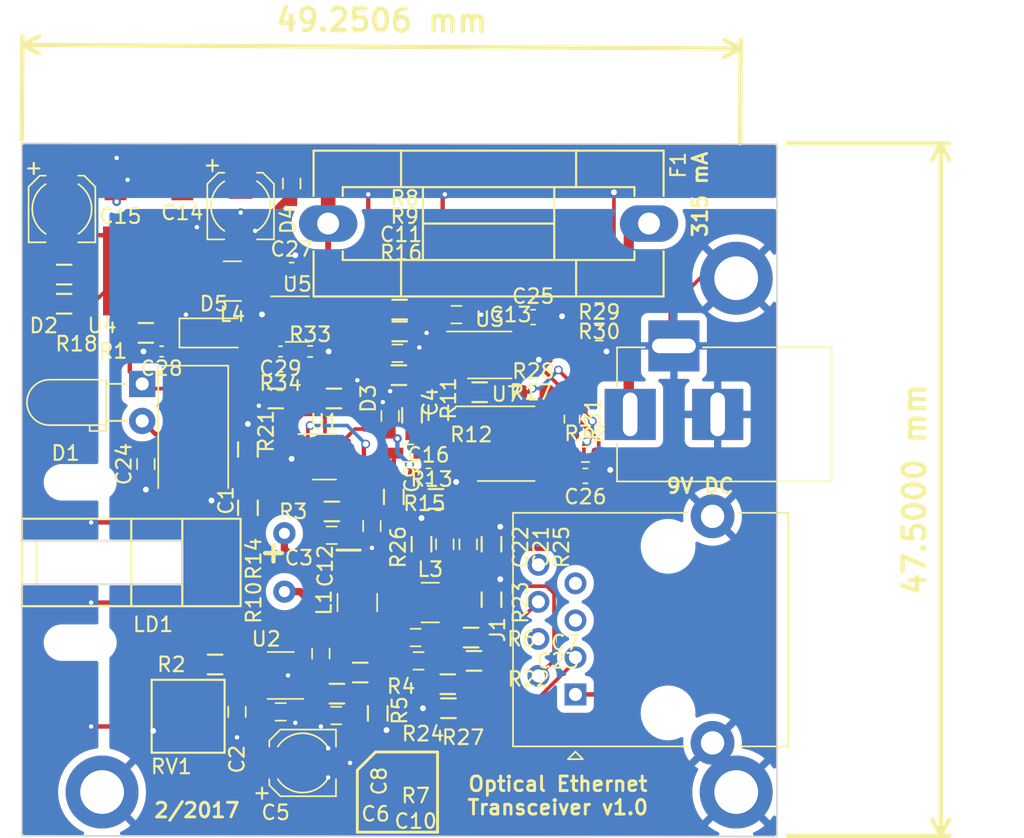
<source format=kicad_pcb>
(kicad_pcb (version 20221018) (generator pcbnew)
  (layers (0 "F.Cu" signal) (31 "B.Cu" signal) (34 "B.Paste" user) (35 "F.Paste" user) (36 "B.SilkS" user "B.Silkscreen") (37 "F.SilkS" user "F.Silkscreen") (38 "B.Mask" user) (39 "F.Mask" user) (44 "Edge.Cuts" user))
  (net 0 "")
  (net 1 "GND")
  (net 2 "Net-(D1-K)")
  (net 3 "/~{DOUT}")
  (net 4 "Net-(U2-+)")
  (net 5 "+5V")
  (net 6 "Net-(C7-Pad2)")
  (net 7 "Net-(C8-Pad1)")
  (net 8 "Net-(D1-A)")
  (net 9 "Net-(LD1-A)")
  (net 10 "Net-(C10-Pad1)")
  (net 11 "Net-(C11-Pad1)")
  (net 12 "Net-(C12-Pad2)")
  (net 13 "+9V")
  (net 14 "Net-(U2--)")
  (net 15 "Net-(U3--)")
  (net 16 "+24V")
  (net 17 "Net-(CON1-Pad1)")
  (net 18 "/Q")
  (net 19 "/~{Q}")
  (net 20 "Net-(LD1-K)")
  (net 21 "Net-(U1-+)")
  (net 22 "/TX+")
  (net 23 "Net-(D2-K)")
  (net 24 "Net-(R2-Pad2)")
  (net 25 "Net-(R13-Pad2)")
  (net 26 "Net-(D3-K)")
  (net 29 "Net-(C21-Pad1)")
  (net 30 "Net-(C22-Pad1)")
  (net 31 "Net-(C23-Pad2)")
  (net 32 "/TX-")
  (net 33 "Net-(L3-Pad2)")
  (net 34 "Net-(U3-+)")
  (net 35 "Net-(U3-Q)")
  (net 37 "unconnected-(J1-Pad8)")
  (net 38 "Net-(U7A--)")
  (net 39 "Net-(U7B-+)")
  (net 40 "Net-(U7A-+)")
  (net 41 "Net-(U7B--)")
  (net 42 "Net-(U5-FB)")
  (net 43 "Net-(D5-A)")
  (footprint "Capacitors_SMD:C_0603_HandSoldering" (layer "F.Cu") (at 154.75 121.5 -90)
    (fp_text reference "C2")
    (fp_text value "2.2uF")
  )
  (footprint "Capacitors_SMD:C_0603_HandSoldering" (layer "F.Cu") (at 161.243867 109.380979 180)
    (fp_text reference "C3")
    (fp_text value "NC")
  )
  (footprint "Capacitors_SMD:C_0603_HandSoldering" (layer "F.Cu") (at 165.25 101.2 -90)
    (fp_text reference "C4")
    (fp_text value "100nF")
  )
  (footprint "Capacitors_SMD:CP_Elec_4x5.8" (layer "F.Cu") (at 159.25 125)
    (fp_text reference "C5")
    (fp_text value "10uF")
  )
  (footprint "Capacitors_SMD:C_0603_HandSoldering" (layer "F.Cu") (at 157.75 121.5)
    (fp_text reference "C6")
    (fp_text value "100nF")
  )
  (footprint "Capacitors_SMD:C_0603_HandSoldering" (layer "F.Cu") (at 167 116.4)
    (fp_text reference "C7")
    (fp_text value "22nF")
  )
  (footprint "Capacitors_SMD:C_0603_HandSoldering" (layer "F.Cu") (at 160.5 117.5 90)
    (fp_text reference "C8")
    (fp_text value "1uF")
  )
  (footprint "Capacitors_SMD:C_0603_HandSoldering" (layer "F.Cu") (at 166.5 103.75 180)
    (fp_text reference "C9")
    (fp_text value "22nF")
  )
  (footprint "Capacitors_SMD:C_0603_HandSoldering" (layer "F.Cu") (at 161.55 121.75 180)
    (fp_text reference "C10")
    (fp_text value "100nF")
  )
  (footprint "Capacitors_SMD:C_0603_HandSoldering" (layer "F.Cu") (at 165.75 96.9)
    (fp_text reference "C11")
    (fp_text value "1uF")
  )
  (footprint "Capacitors_SMD:C_0603_HandSoldering" (layer "F.Cu") (at 164 108.75 90)
    (fp_text reference "C12")
    (fp_text value "1uF")
  )
  (footprint "Capacitors_SMD:C_0603_HandSoldering" (layer "F.Cu") (at 169.8 94.25)
    (fp_text reference "C13")
    (fp_text value "100nF")
  )
  (footprint "Capacitors_SMD:CP_Elec_4x5.8" (layer "F.Cu") (at 155 86.8 -90)
    (fp_text reference "C14")
    (fp_text value "CP")
  )
  (footprint "Capacitors_SMD:CP_Elec_4x5.8" (layer "F.Cu") (at 142.75 87 -90)
    (fp_text reference "C15")
    (fp_text value "CP")
  )
  (footprint "Capacitor_SMD:C_0603_1608Metric_Pad1.08x0.95mm_HandSolder" (layer "F.Cu") (at 167.874764 105.305212)
    (fp_text reference "C16")
    (fp_text value "100nF")
  )
  (footprint "Connect:BARREL_JACK" (layer "F.Cu") (at 181.706 101.092 180)
    (fp_text reference "CON1" hide)
    (fp_text value "BARREL_JACK")
  )
  (footprint "LEDs:LED_D3.0mm_Horicontal_O2.54mm" (layer "F.Cu") (at 148.25 99 -90)
    (fp_text reference "D1")
    (fp_text value "D_Photo")
  )
  (footprint "Resistors_SMD:R_0603_HandSoldering" (layer "F.Cu") (at 142.9 91.5 180)
    (fp_text reference "D2")
    (fp_text value "LED")
  )
  (footprint "Resistors_SMD:R_0603_HandSoldering" (layer "F.Cu") (at 161.4 100)
    (fp_text reference "D3")
    (fp_text value "LED")
  )
  (footprint "Fuse_Holders_and_Fuses:Fuseholder5x20_horiz_SemiClosed_Casing10x25mm" (layer "F.Cu") (at 172 88)
    (fp_text reference "F1")
    (fp_text value "Fuse")
  )
  (footprint "Connector_RJ:RJ45_Ninigi_GE" (layer "F.Cu") (at 177.953871 120.301446 90)
    (fp_text reference "J1")
    (fp_text value "RJ45")
  )
  (footprint "footprints:laserdiode_6mm" (layer "F.Cu") (at 145 111.25)
    (fp_text reference "LD1")
    (fp_text value "Laserdiode_1C2A")
  )
  (footprint "Resistors_SMD:R_0603_HandSoldering" (layer "F.Cu") (at 153.25 118.25 180)
    (fp_text reference "R2")
    (fp_text value "20k")
  )
  (footprint "Resistors_SMD:R_0603_HandSoldering" (layer "F.Cu") (at 161.25 107.75 180)
    (fp_text reference "R3")
    (fp_text value "1k")
  )
  (footprint "Resistors_SMD:R_0603_HandSoldering" (layer "F.Cu") (at 163.2 118.8)
    (fp_text reference "R4")
    (fp_text value "10k")
  )
  (footprint "Resistors_SMD:R_0603_HandSoldering" (layer "F.Cu") (at 164.4 121.6 -90)
    (fp_text reference "R5")
    (fp_text value "10")
  )
  (footprint "Resistors_SMD:R_0603_HandSoldering" (layer "F.Cu") (at 170.8 116.4)
    (fp_text reference "R6")
    (fp_text value "500R")
  )
  (footprint "Resistors_SMD:R_0603_HandSoldering" (layer "F.Cu") (at 161.6 120.25)
    (fp_text reference "R7")
    (fp_text value "10")
  )
  (footprint "Resistors_SMD:R_0603_HandSoldering" (layer "F.Cu") (at 165.9 93.9 180)
    (fp_text reference "R8")
    (fp_text value "1k2")
  )
  (footprint "Resistors_SMD:R_0603_HandSoldering" (layer "F.Cu") (at 165.9 95.4)
    (fp_text reference "R9")
    (fp_text value "4k7")
  )
  (footprint "Resistors_SMD:R_0603_HandSoldering" (layer "F.Cu") (at 155.5 107.5 90)
    (fp_text reference "R10")
    (fp_text value "2k2")
  )
  (footprint "Resistors_SMD:R_0603_HandSoldering" (layer "F.Cu") (at 166.75 101.15 -90)
    (fp_text reference "R11")
    (fp_text value "47k")
  )
  (footprint "Resistors_SMD:R_0603_HandSoldering" (layer "F.Cu") (at 168.555111 100.97999 90)
    (fp_text reference "R12")
    (fp_text value "50")
  )
  (footprint "Resistors_SMD:R_0603_HandSoldering" (layer "F.Cu") (at 168.390548 106.887488)
    (fp_text reference "R13")
    (fp_text value "50")
  )
  (footprint "Resistors_SMD:R_0603_HandSoldering" (layer "F.Cu") (at 155.5 103.5 90)
    (fp_text reference "R14")
    (fp_text value "2k2")
  )
  (footprint "Resistors_SMD:R_0603_HandSoldering" (layer "F.Cu") (at 165.5 106.75 -90)
    (fp_text reference "R15")
    (fp_text value "50")
  )
  (footprint "Resistors_SMD:R_0603_HandSoldering" (layer "F.Cu") (at 165.85 98.4 180)
    (fp_text reference "R16")
    (fp_text value "220")
  )
  (footprint "Resistors_SMD:R_0603_HandSoldering" (layer "F.Cu") (at 171.388326 99.569965 180)
    (fp_text reference "R17")
    (fp_text value "470k")
  )
  (footprint "Resistors_SMD:R_0603_HandSoldering" (layer "F.Cu") (at 142.9 93.5 180)
    (fp_text reference "R18")
    (fp_text value "2k2")
  )
  (footprint "Resistors_SMD:R_0603_HandSoldering" (layer "F.Cu") (at 157.4 100)
    (fp_text reference "R21")
    (fp_text value "22k")
  )
  (footprint "Package_TO_SOT_SMD:SOT-23-6" (layer "F.Cu") (at 160.75 104)
    (fp_text reference "U1")
    (fp_text value "OPA690IDBVR")
  )
  (footprint "TO_SOT_Packages_SMD:SOT-23-5" (layer "F.Cu") (at 157.75 119 180)
    (fp_text reference "U2")
    (fp_text value "MAX4390")
  )
  (footprint "footprints:3mm_drill" (layer "F.Cu") (at 188.976 127)
    (fp_text reference "W1" hide)
    (fp_text value "TEST_1P")
  )
  (footprint "footprints:3mm_drill" (layer "F.Cu") (at 145.5 127)
    (fp_text reference "W2" hide)
    (fp_text value "TEST_1P")
  )
  (footprint "footprints:3mm_drill" (layer "F.Cu") (at 188.976 91.75)
    (fp_text reference "W3" hide)
    (fp_text value "TEST_1P")
  )
  (footprint "footprints:DPAK3" (layer "F.Cu") (at 148.714 85 180)
    (fp_text reference "U4")
    (fp_text value "LM78M05CT")
  )
  (footprint "Inductor_SMD:L_1210_3225Metric" (layer "F.Cu") (at 163 114 90)
    (fp_text reference "L1")
    (fp_text value "10uH")
  )
  (footprint "Resistors_SMD:R_0603_HandSoldering" (layer "F.Cu") (at 171 118 180)
    (fp_text reference "R22")
    (fp_text value "100")
  )
  (footprint "footprints:TC33k" (layer "F.Cu") (at 151.4 121.8 -90)
    (fp_text reference "RV1")
    (fp_text value "15k")
  )
  (footprint "Capacitors_SMD:C_0603_HandSoldering" (layer "F.Cu") (at 170.6 110 90)
    (fp_text reference "C21")
    (fp_text value "22nF")
  )
  (footprint "Capacitors_SMD:C_0603_HandSoldering" (layer "F.Cu") (at 169 110 90)
    (fp_text reference "C22")
    (fp_text value "22nF")
  )
  (footprint "Capacitors_SMD:C_0603_HandSoldering" (layer "F.Cu") (at 167.2 118)
    (fp_text reference "C23")
    (fp_text value "22nF")
  )
  (footprint "Inductor_SMD:L_1210_3225Metric" (layer "F.Cu") (at 168 114)
    (fp_text reference "L3")
    (fp_text value "10uH")
  )
  (footprint "Resistors_SMD:R_0603_HandSoldering" (layer "F.Cu") (at 172.2 113.8 90)
    (fp_text reference "R23")
    (fp_text value "47k")
  )
  (footprint "Resistors_SMD:R_0603_HandSoldering" (layer "F.Cu") (at 169.2 119.6)
    (fp_text reference "R24")
    (fp_text value "500R")
  )
  (footprint "Resistors_SMD:R_0603_HandSoldering" (layer "F.Cu") (at 172.2 110 90)
    (fp_text reference "R25")
    (fp_text value "47k")
  )
  (footprint "Resistors_SMD:R_0603_HandSoldering" (layer "F.Cu") (at 167.4 110 90)
    (fp_text reference "R26")
    (fp_text value "47k")
  )
  (footprint "Capacitors_SMD:C_0603_HandSoldering" (layer "F.Cu") (at 148.5 104.5 90)
    (fp_text reference "C24")
    (fp_text value "100nF")
  )
  (footprint "Resistors_SMD:R_0603_HandSoldering" (layer "F.Cu") (at 169.25 121.25 180)
    (fp_text reference "R27")
    (fp_text value "47k")
  )
  (footprint "Capacitors_SMD:C_0603_HandSoldering" (layer "F.Cu") (at 158.5 85.25 -90)
    (fp_text reference "D4")
    (fp_text value "D")
  )
  (footprint "Capacitors_Tantalum_SMD:CP_Tantalum_Case-V_EIA-7343-20_Reflow" (layer "F.Cu") (at 151.75 102.5 -90)
    (fp_text reference "C1")
    (fp_text value "47uF Tantal 35V")
  )
  (footprint "Resistors_SMD:R_0603_HandSoldering" (layer "F.Cu") (at 148.5 95.5 180)
    (fp_text reference "R1")
    (fp_text value "4k7")
  )
  (footprint "Inductor_SMD:L_1210_3225Metric" (layer "F.Cu") (at 154.432 91.948 180)
    (fp_text reference "L4")
    (fp_text value "10uH")
  )
  (footprint "Resistor_SMD:R_0402_1005Metric" (layer "F.Cu") (at 157.734 97.79 180)
    (fp_text reference "R34")
    (fp_text value "249k")
  )
  (footprint "Resistor_SMD:R_0603_1608Metric_Pad0.98x0.95mm_HandSolder" (layer "F.Cu") (at 175.06746 99.558059)
    (fp_text reference "R28")
    (fp_text value "1k2")
  )
  (footprint "Capacitor_SMD:C_0402_1005Metric" (layer "F.Cu") (at 157.734 96.774 180)
    (fp_text reference "C29")
    (fp_text value "82pF")
  )
  (footprint "Diode_SMD:D_SOD-123" (layer "F.Cu") (at 153.162 95.504)
    (fp_text reference "D5")
    (fp_text value "MBR0540")
  )
  (footprint "Resistor_SMD:R_0603_1608Metric_Pad0.98x0.95mm_HandSolder" (layer "F.Cu") (at 177.719183 101.41631 -90)
    (fp_text reference "R31")
    (fp_text value "1k2")
  )
  (footprint "Capacitor_SMD:C_0603_1608Metric_Pad1.08x0.95mm_HandSolder" (layer "F.Cu") (at 175.052842 94.417819)
    (fp_text reference "C25")
    (fp_text value "100nF")
  )
  (footprint "Resistor_SMD:R_0603_1608Metric_Pad0.98x0.95mm_HandSolder" (layer "F.Cu") (at 179.578 95.504)
    (fp_text reference "R29")
    (fp_text value "4k7")
  )
  (footprint "Capacitor_SMD:C_0603_1608Metric" (layer "F.Cu") (at 158.496 91.186)
    (fp_text reference "C27")
    (fp_text value "2.2uF")
  )
  (footprint "Resistor_SMD:R_0603_1608Metric_Pad0.98x0.95mm_HandSolder" (layer "F.Cu") (at 178.636959 103.835276)
    (fp_text reference "R32")
    (fp_text value "1k2")
  )
  (footprint "Capacitor_SMD:C_0402_1005Metric" (layer "F.Cu") (at 149.578 96.774 180)
    (fp_text reference "C28")
    (fp_text value "4.7uF")
  )
  (footprint "Package_TO_SOT_SMD:SOT-23-5" (layer "F.Cu") (at 158.8825 94.554)
    (fp_text reference "U5")
    (fp_text value "LM27313XMF")
  )
  (footprint "Package_SO:SOIC-8_3.9x4.9mm_P1.27mm" (layer "F.Cu") (at 173.205944 103.100938)
    (fp_text reference "U7")
    (fp_text value "AD8028")
  )
  (footprint "Capacitor_SMD:C_0603_1608Metric_Pad1.08x0.95mm_HandSolder" (layer "F.Cu") (at 178.636959 105.309787 180)
    (fp_text reference "C26")
    (fp_text value "100nF")
  )
  (footprint "Package_SO:MSOP-8_3x3mm_P0.65mm" (layer "F.Cu") (at 172.073624 97.015047)
    (fp_text reference "U3")
    (fp_text value "ADCMP602")
  )
  (footprint "Resistor_SMD:R_0603_1608Metric_Pad0.98x0.95mm_HandSolder" (layer "F.Cu") (at 179.578 93.98 180)
    (fp_text reference "R30")
    (fp_text value "4k7")
  )
  (footprint "Resistor_SMD:R_0402_1005Metric" (layer "F.Cu") (at 159.764 96.774)
    (fp_text reference "R33")
    (fp_text value "13.3k")
  )
  (gr_line (start 167.25 124.25) (end 168.5 124.25) (stroke (width 0.2)) (layer "F.SilkS"))
  (gr_line (start 168.5 129.75) (end 167.25 129.75) (stroke (width 0.2)) (layer "F.SilkS"))
  (gr_line (start 163 125.5) (end 163.25 125.25) (stroke (width 0.2)) (layer "F.SilkS"))
  (gr_line (start 163.25 125.25) (end 164.25 124.25) (stroke (width 0.2)) (layer "F.SilkS"))
  (gr_line (start 163 129.75) (end 163 125.5) (stroke (width 0.2)) (layer "F.SilkS"))
  (gr_line (start 161.6 110.4) (end 163.2 110.4) (stroke (width 0.2)) (layer "F.SilkS"))
  (gr_line (start 168.5 129.5) (end 168.5 129.75) (stroke (width 0.2)) (layer "F.SilkS"))
  (gr_line (start 164.25 124.25) (end 167.25 124.25) (stroke (width 0.2)) (layer "F.SilkS"))
  (gr_line (start 168.5 124.25) (end 168.5 129.5) (stroke (width 0.2)) (layer "F.SilkS"))
  (gr_line (start 167.25 129.75) (end 163 129.75) (stroke (width 0.2)) (layer "F.SilkS"))
  (gr_line (start 191.77 130.048) (end 140 130) (stroke (width 0.1)) (layer "Edge.Cuts"))
  (gr_line (start 140 130) (end 140 112.75) (stroke (width 0.1)) (layer "Edge.Cuts"))
  (gr_line (start 151 112.75) (end 140 112.75) (stroke (width 0.1)) (layer "Edge.Cuts"))
  (gr_line (start 140 82.5) (end 191.77 82.55) (stroke (width 0.1)) (layer "Edge.Cuts"))
  (gr_line (start 140 109.75) (end 151 109.75) (stroke (width 0.1)) (layer "Edge.Cuts"))
  (gr_line (start 151 109.75) (end 151 112.75) (stroke (width 0.1)) (layer "Edge.Cuts"))
  (gr_line (start 140 109.75) (end 140 82.5) (stroke (width 0.1)) (layer "Edge.Cuts"))
  (gr_line (start 191.77 82.55) (end 191.77 130.048) (stroke (width 0.1)) (layer "Edge.Cuts"))
  (gr_text "Optical Ethernet\nTransceiver v1.0" (at 176.75 127.25) (layer "F.SilkS") (effects (font (size 1 1) (thickness 0.2))))
  (gr_text "9V DC" (at 186.5 106) (layer "F.SilkS") (effects (font (size 1 1) (thickness 0.2))))
  (gr_text "315 mA" (at 186.5 86 90) (layer "F.SilkS") (effects (font (size 1 1) (thickness 0.2))))
  (gr_text "+" (at 157.25 110.5) (layer "F.SilkS") (effects (font (size 1.5 1.5) (thickness 0.3))))
  (gr_text "2/2017" (at 152 128.25) (layer "F.SilkS") (effects (font (size 1 1) (thickness 0.2))))
  (dimension (type aligned) (layer "F.SilkS") (pts (xy 140 82.25) (xy 189.25 82.5)) (height -6.507529) (gr_text "49.2506 mm" (at 164.66717 74.067578 359.709161) (layer "F.SilkS") (effects (font (size 1.5 1.5) (thickness 0.3)))) (format (prefix "") (suffix "") (units 2) (units_format 1) (precision 4)) (style (thickness 0.3) (arrow_length 1.27) (text_position_mode 0) (extension_height 0.58642) (extension_offset 0) keep_text_aligned))
  (dimension (type aligned) (layer "F.SilkS") (pts (xy 192.5 130) (xy 192.5 82.5)) (height 10.5) (gr_text "47.5000 mm" (at 201.2 106.25 90) (layer "F.SilkS") (effects (font (size 1.5 1.5) (thickness 0.3)))) (format (prefix "") (suffix "") (units 2) (units_format 1) (precision 4)) (style (thickness 0.3) (arrow_length 1.27) (text_position_mode 0) (extension_height 0.58642) (extension_offset 0) keep_text_aligned))
  (segment (start 179.499459 105.309787) (end 179.932213 105.309787) (width 0.25) (layer "F.Cu") (net 1))
  (segment (start 176.976483 94.417819) (end 177.033634 94.360668) (width 0.25) (layer "F.Cu") (net 1))
  (segment (start 160.6 122.4) (end 160.5 122.5) (width 0.25) (layer "F.Cu") (net 1))
  (segment (start 184.452 93.798) (end 184.452 96.138) (width 0.25) (layer "F.Cu") (net 1))
  (segment (start 161.05 125) (end 161.05 124.05) (width 0.25) (layer "F.Cu") (net 1))
  (segment (start 158.7 121.5) (end 158.7 122.2) (width 0.25) (layer "F.Cu") (net 1))
  (segment (start 167 95.4) (end 167.65 95.4) (width 0.25) (layer "F.Cu") (net 1))
  (segment (start 164.4 122.7) (end 164.95 122.7) (width 0.25) (layer "F.Cu") (net 1))
  (segment (start 160.6 121.75) (end 160.6 122.4) (width 0.25) (layer "F.Cu") (net 1))
  (segment (start 174.186124 97.340047) (end 175.442333 97.340047) (width 0.25) (layer "F.Cu") (net 1))
  (segment (start 169.602527 105.305212) (end 170.43167 105.305212) (width 0.25) (layer "F.Cu") (net 1))
  (segment (start 146.264 88.8) (end 148.714 91.25) (width 0.3) (layer "F.Cu") (net 1))
  (segment (start 155.9 88.6) (end 156 88.5) (width 0.25) (layer "F.Cu") (net 1))
  (segment (start 170.75 94.25) (end 171.5 94.25) (width 0.25) (layer "F.Cu") (net 1))
  (segment (start 168.737264 105.305212) (end 169.602527 105.305212) (width 0.25) (layer "F.Cu") (net 1))
  (segment (start 167.4 108.9) (end 167.4 108.2) (width 0.3) (layer "F.Cu") (net 1))
  (segment (start 172.2 112.7) (end 172.5 112.7) (width 0.25) (layer "F.Cu") (net 1))
  (segment (start 161.05 125) (end 161.05 125.95) (width 0.25) (layer "F.Cu") (net 1))
  (segment (start 169.602527 105.554773) (end 169.774786 105.727032) (width 0.25) (layer "F.Cu") (net 1))
  (segment (start 151.25 93.786) (end 148.714 91.25) (width 0.25) (layer "F.Cu") (net 1))
  (segment (start 156.784 94.554) (end 156.464 94.234) (width 0.25) (layer "F.Cu") (net 1))
  (segment (start 165.25 100.25) (end 165.25 99.5) (width 0.25) (layer "F.Cu") (net 1))
  (segment (start 151.25 94.25) (end 151.25 93.786) (width 0.25) (layer "F.Cu") (net 1))
  (segment (start 159.6125 104) (end 158.636 104) (width 0.25) (layer "F.Cu") (net 1))
  (segment (start 169.602527 105.305212) (end 169.602527 105.554773) (width 0.25) (layer "F.Cu") (net 1))
  (segment (start 151.75 105.75) (end 153 107) (width 0.25) (layer "F.Cu") (net 1))
  (segment (start 149 91.25) (end 152 88.25) (width 0.3) (layer "F.Cu") (net 1))
  (segment (start 160.35 121.5) (end 160.6 121.75) (width 0.25) (layer "F.Cu") (net 1))
  (segment (start 172.2 108.9) (end 172.7 108.9) (width 0.3) (layer "F.Cu") (net 1))
  (segment (start 160.274 96.774) (end 161.036 96.774) (width 0.25) (layer "F.Cu") (net 1))
  (segment (start 161.05 124.05) (end 161 124) (width 0.25) (layer "F.Cu") (net 1))
  (segment (start 159.271 91.186) (end 159.271 90.691) (width 0.25) (layer "F.Cu") (net 1))
  (segment (start 156.3 100.45) (end 156.25 100.5) (width 0.25) (layer "F.Cu") (net 1))
  (segment (start 172.7 108.9) (end 172.8 108.8) (width 0.3) (layer "F.Cu") (net 1))
  (segment (start 170.43167 105.305212) (end 170.562775 105.174107) (width 0.25) (layer "F.Cu") (net 1))
  (segment (start 180.4905 96.3695) (end 180.086 96.774) (width 0.25) (layer "F.Cu") (net 1))
  (segment (start 170.562775 105.174107) (end 170.562775 105.005938) (width 0.25) (layer "F.Cu") (net 1))
  (segment (start 161.05 125.95) (end 161 126) (width 0.25) (layer "F.Cu") (net 1))
  (segment (start 166.85 96.9) (end 167.25 96.5) (width 0.25) (layer "F.Cu") (net 1))
  (segment (start 165.25 100.25) (end 164.75 100.25) (width 0.25) (layer "F.Cu") (net 1))
  (segment (start 161.05 125) (end 162.5 125) (width 0.25) (layer "F.Cu") (net 1))
  (segment (start 144 93.5) (end 144.85 93.5) (width 0.25) (layer "F.Cu") (net 1))
  (segment (start 144.85 93.5) (end 147.1 91.25) (width 0.25) (layer "F.Cu") (net 1))
  (segment (start 151.75 105.675) (end 151.75 105.75) (width 0.25) (layer "F.Cu") (net 1))
  (segment (start 166.7 96.9) (end 166.85 96.9) (width 0.25) (layer "F.Cu") (net 1))
  (segment (start 159.271 90.691) (end 158.75 90.17) (width 0.25) (layer "F.Cu") (net 1))
  (segment (start 158.85 119) (end 158.25 119) (width 0.25) (layer "F.Cu") (net 1))
  (segment (start 158.5 86.2) (end 158.3 86.2) (width 0.5) (layer "F.Cu") (net 1))
  (segment (start 149.098 96.774) (end 148.336 96.774) (width 0.25) (layer "F.Cu") (net 1))
  (segment (start 154.75 122.45) (end 154.75 123.25) (width 0.3) (layer "F.Cu") (net 1))
  (segment (start 175.442333 97.340047) (end 175.443027 97.340741) (width 0.25) (layer "F.Cu") (net 1))
  (segment (start 164 109.7) (end 164 110.25) (width 0.3) (layer "F.Cu") (net 1))
  (segment (start 149 122.8) (end 149.6 122.8) (width 0.25) (layer "F.Cu") (net 1))
  (segment (start 167.65 95.4) (end 167.75 95.5) (width 0.25) (layer "F.Cu") (net 1))
  (segment (start 158.3 86.2) (end 156 88.5) (width 0.5) (layer "F.Cu") (net 1))
  (segment (start 168.15 121.25) (end 167.5 121.25) (width 0.25) (layer "F.Cu") (net 1))
  (segment (start 158.7 121.5) (end 160.35 121.5) (width 0.25) (layer "F.Cu") (net 1))
  (segment (start 148.5 105.45) (end 148.5 106.25) (width 0.25) (layer "F.Cu") (net 1))
  (segment (start 172.5 112.7) (end 172.8 112.4) (width 0.25) (layer "F.Cu") (net 1))
  (segment (start 179.932213 105.309787) (end 180.34 104.902) (width 0.25) (layer "F.Cu") (net 1))
  (segment (start 180.4905 95.504) (end 180.4905 96.3695) (width 0.25) (layer "F.Cu") (net 1))
  (segment (start 164.95 122.7) (end 165 122.75) (width 0.25) (layer "F.Cu") (net 1))
  (segment (start 158.636 104) (end 158.496 104.14) (width 0.25) (layer "F.Cu") (net 1))
  (segment (start 155.5 102.4) (end 155.5 101.75) (width 0.25) (layer "F.Cu") (net 1))
  (segment (start 142.75 88.8) (end 146.264 88.8) (width 0.3) (layer "F.Cu") (net 1))
  (segment (start 147.1 91.25) (end 148.714 91.25) (width 0.25) (layer "F.Cu") (net 1))
  (segment (start 148.714 91.25) (end 149 91.25) (width 0.3) (layer "F.Cu") (net 1))
  (segment (start 157.745 94.554) (end 156.784 94.554) (width 0.25) (layer "F.Cu") (net 1))
  (segment (start 155 88.6) (end 155 87.25) (width 0.25) (layer "F.Cu") (net 1))
  (segment (start 186.5 91.75) (end 184.452 93.798) (width 0.25) (layer "F.Cu") (net 1))
  (segment (start 158.7 122.2) (end 158.75 122.25) (width 0.25) (layer "F.Cu") (net 1))
  (segment (start 175.915342 94.417819) (end 176.976483 94.417819) (width 0.25) (layer "F.Cu") (net 1))
  (segment (start 184.452 96.138) (end 184.706 96.392) (width 0.25) (layer "F.Cu") (net 1))
  (segment (start 156.3 100) (end 156.3 100.45) (width 0.25) (layer "F.Cu") (net 1))
  (segment (start 155 88.6) (end 155.9 88.6) (width 0.25) (layer "F.Cu") (net 1))
  (via (at 155 87.25) (size 0.6) (drill 0.3) (layers "F.Cu" "B.Cu") (net 1))
  (via (at 158.496 104.14) (size 0.6) (drill 0.4) (layers "F.Cu" "B.Cu") (net 1))
  (via (at 167.4 108.2) (size 0.6) (drill 0.4) (layers "F.Cu" "B.Cu") (net 1))
  (via (at 162.5 125) (size 0.6) (drill 0.3) (layers "F.Cu" "B.Cu") (net 1))
  (via (at 172.8 112.4) (size 0.6) (drill 0.4) (layers "F.Cu" "B.Cu") (net 1))
  (via (at 165.25 99.5) (size 0.6) (drill 0.3) (layers "F.Cu" "B.Cu") (net 1))
  (via (at 175.443027 97.340741) (size 0.6) (drill 0.4) (layers "F.Cu" "B.Cu") (net 1))
  (via (at 167.25 96.5) (size 0.6) (drill 0.3) (layers "F.Cu" "B.Cu") (net 1))
  (via (at 151.25 94.25) (size 0.6) (drill 0.3) (layers "F.Cu" "B.Cu") (net 1))
  (via (at 171.5 94.25) (size 0.6) (drill 0.3) (layers "F.Cu" "B.Cu") (net 1))
  (via (at 172.8 108.8) (size 0.6) (drill 0.4) (layers "F.Cu" "B.Cu") (net 1))
  (via (at 167.75 95.5) (size 0.6) (drill 0.3) (layers "F.Cu" "B.Cu") (net 1))
  (via (at 148.336 96.774) (size 0.6) (drill 0.4) (layers "F.Cu" "B.Cu") (net 1))
  (via (at 149 122.8) (size 0.6) (drill 0.4) (layers "F.Cu" "B.Cu") (net 1))
  (via (at 161 124) (size 0.6) (drill 0.3) (layers "F.Cu" "B.Cu") (net 1))
  (via (at 154.75 123.25) (size 0.6) (drill 0.3) (layers "F.Cu" "B.Cu") (net 1))
  (via (at 160.5 122.5) (size 0.6) (drill 0.3) (layers "F.Cu" "B.Cu") (net 1))
  (via (at 180.34 104.902) (size 0.6) (drill 0.4) (layers "F.Cu" "B.Cu") (net 1))
  (via (at 167.5 121.25) (size 0.6) (drill 0.4) (layers "F.Cu" "B.Cu") (net 1))
  (via (at 180.086 96.774) (size 0.6) (drill 0.4) (layers "F.Cu" "B.Cu") (net 1))
  (via (at 148.5 106.25) (size 0.6) (drill 0.4) (layers "F.Cu" "B.Cu") (net 1))
  (via (at 164.75 100.25) (size 0.6) (drill 0.3) (layers "F.Cu" "B.Cu") (net 1))
  (via (at 161.036 96.774) (size 0.6) (drill 0.4) (layers "F.Cu" "B.Cu") (net 1))
  (via (at 158.75 90.17) (size 0.6) (drill 0.4) (layers "F.Cu" "B.Cu") (net 1))
  (via (at 155.5 101.75) (size 0.6) (drill 0.4) (layers "F.Cu" "B.Cu") (net 1))
  (via (at 153 107) (size 0.6) (drill 0.4) (layers "F.Cu" "B.Cu") (net 1))
  (via (at 158.25 119) (size 0.6) (drill 0.3) (layers "F.Cu" "B.Cu") (net 1))
  (via (at 164 110.25) (size 0.6) (drill 0.3) (layers "F.Cu" "B.Cu") (net 1))
  (via (at 152 88.25) (size 0.6) (drill 0.3) (layers "F.Cu" "B.Cu") (net 1))
  (via (at 163 98.75) (size 0.6) (drill 0.3) (layers "F.Cu" "B.Cu") (net 1))
  (via (at 158.75 122.25) (size 0.6) (drill 0.3) (layers "F.Cu" "B.Cu") (net 1))
  (via (at 156.464 94.234) (size 0.6) (drill 0.4) (layers "F.Cu" "B.Cu") (net 1))
  (via (at 165 122.75) (size 0.6) (drill 0.4) (layers "F.Cu" "B.Cu") (net 1))
  (via (at 156 88.5) (size 0.6) (drill 0.3) (layers "F.Cu" "B.Cu") (net 1))
  (via (at 156.25 100.5) (size 0.6) (drill 0.3) (layers "F.Cu" "B.Cu") (net 1))
  (via (at 177.033634 94.360668) (size 0.6) (drill 0.4) (layers "F.Cu" "B.Cu") (net 1))
  (via (at 161 126) (size 0.6) (drill 0.3) (layers "F.Cu" "B.Cu") (net 1))
  (via (at 169.774786 105.727032) (size 0.6) (drill 0.4) (layers "F.Cu" "B.Cu") (net 1))
  (segment (start 149 123.5) (end 149 122.8) (width 0.25) (layer "B.Cu") (net 1))
  (segment (start 145.25 127.5) (end 145 127.5) (width 0.3) (layer "B.Cu") (net 1))
  (segment (start 145.5 127) (end 149 123.5) (width 0.25) (layer "B.Cu") (net 1))
  (segment (start 147.4 98.15) (end 148.25 99) (width 0.3) (layer "F.Cu") (net 2))
  (segment (start 148.575 99.325) (end 148.25 99) (width 0.25) (layer "F.Cu") (net 2))
  (segment (start 151.75 99.325) (end 148.575 99.325) (width 0.25) (layer "F.Cu") (net 2))
  (segment (start 147.4 95.5) (end 147.4 98.15) (width 0.3) (layer "F.Cu") (net 2))
  (segment (start 163.45 105.9) (end 162.35 107) (width 0.3) (layer "F.Cu") (net 3))
  (segment (start 162.35 107.75) (end 162.35 109.1) (width 0.3) (layer "F.Cu") (net 3))
  (segment (start 165.5 103.8) (end 165.55 103.75) (width 0.3) (layer "F.Cu") (net 3))
  (segment (start 162.35 109.1) (end 162.2 109.25) (width 0.3) (layer "F.Cu") (net 3))
  (segment (start 163.45 104.635) (end 163.45 105.9) (width 0.3) (layer "F.Cu") (net 3))
  (segment (start 163.45 104.635) (end 164.485 104.635) (width 0.3) (layer "F.Cu") (net 3))
  (segment (start 162.35 107.75) (end 162.35 107) (width 0.3) (layer "F.Cu") (net 3))
  (segment (start 164.485 104.635) (end 165.5 105.65) (width 0.3) (layer "F.Cu") (net 3))
  (segment (start 159.6125 103.05) (end 159.6125 102.0075) (width 0.25) (layer "F.Cu") (net 3))
  (segment (start 162.35 107) (end 162.324999 106.974999) (width 0.3) (layer "F.Cu") (net 3))
  (segment (start 163.45 104.635) (end 163.45 103.25) (width 0.3) (layer "F.Cu") (net 3))
  (segment (start 165.5 105.65) (end 165.5 103.8) (width 0.3) (layer "F.Cu") (net 3))
  (segment (start 163.45 103.25) (end 163.576 103.124) (width 0.3) (layer "F.Cu") (net 3))
  (segment (start 159.6125 102.0075) (end 159.766 101.854) (width 0.25) (layer "F.Cu") (net 3))
  (via (at 159.766 101.854) (size 0.6) (drill 0.4) (layers "F.Cu" "B.Cu") (net 3))
  (via (at 163.576 103.124) (size 0.6) (drill 0.4) (layers "F.Cu" "B.Cu") (net 3))
  (segment (start 162.306 101.854) (end 163.576 103.124) (width 0.25) (layer "B.Cu") (net 3))
  (segment (start 159.766 101.854) (end 162.306 101.854) (width 0.25) (layer "B.Cu") (net 3))
  (segment (start 153.5 121.8) (end 154.75 120.55) (width 0.25) (layer "F.Cu") (net 4))
  (segment (start 154.75 120.325) (end 156.075 119) (width 0.3) (layer "F.Cu") (net 4))
  (segment (start 157.07 119) (end 158.02 118.05) (width 0.3) (layer "F.Cu") (net 4))
  (segment (start 158.02 118.05) (end 158.85 118.05) (width 0.3) (layer "F.Cu") (net 4))
  (segment (start 154.75 120.775) (end 154.75 120.55) (width 0.3) (layer "F.Cu") (net 4))
  (segment (start 154.75 120.55) (end 154.75 120.325) (width 0.3) (layer "F.Cu") (net 4))
  (segment (start 156.075 119) (end 157.07 119) (width 0.3) (layer "F.Cu") (net 4))
  (segment (start 152.85 121.8) (end 153.5 121.8) (width 0.25) (layer "F.Cu") (net 4))
  (segment (start 165.25 102.25) (end 165.75 102.75) (width 0.3) (layer "F.Cu") (net 5))
  (segment (start 154.35 110.6) (end 154.35 111.35) (width 0.25) (layer "F.Cu") (net 5))
  (segment (start 163.45 102.095) (end 162.8425 102.095) (width 0.25) (layer "F.Cu") (net 5))
  (segment (start 169.961124 96.040047) (end 171.958 96.040047) (width 0.4) (layer "F.Cu") (net 5))
  (segment (start 156.8 121.5) (end 156.8 124.35) (width 0.25) (layer "F.Cu") (net 5))
  (segment (start 146.75 122.5) (end 144.75 122.5) (width 0.3) (layer "F.Cu") (net 5))
  (segment (start 168.85 95.825) (end 169.05 96.025) (width 0.4) (layer "F.Cu") (net 5))
  (segment (start 161.8875 103.05) (end 161.8875 104) (width 0.25) (layer "F.Cu") (net 5))
  (segment (start 152.25 113) (end 151.25 114) (width 0.3) (layer "F.Cu") (net 5))
  (segment (start 176.257034 96.637272) (end 175.659809 96.040047) (width 0.25) (layer "F.Cu") (net 5))
  (segment (start 176.257034 97.410618) (end 176.257034 96.637272) (width 0.25) (layer "F.Cu") (net 5))
  (segment (start 171.958 96.040047) (end 174.186124 96.040047) (width 0.4) (layer "F.Cu") (net 5))
  (segment (start 142.75 85.2) (end 142.75 85.7) (width 0.3) (layer "F.Cu") (net 5))
  (segment (start 142.95 85) (end 142.75 85.2) (width 1) (layer "F.Cu") (net 5))
  (segment (start 171.958 98.050291) (end 171.958 96.040047) (width 0.25) (layer "F.Cu") (net 5))
  (segment (start 165.25 102.15) (end 165.25 102.25) (width 0.3) (layer "F.Cu") (net 5))
  (segment (start 175.694943 97.990047) (end 175.677605 97.990047) (width 0.25) (layer "F.Cu") (net 5))
  (segment (start 146.428 86.428) (end 146.5 86.5) (width 0.3) (layer "F.Cu") (net 5))
  (segment (start 152.25 109.25) (end 151.5 108.5) (width 0.3) (layer "F.Cu") (net 5))
  (segment (start 169.946077 96.025) (end 169.961124 96.040047) (width 0.25) (layer "F.Cu") (net 5))
  (segment (start 156.65 119.95) (end 156.65 121.35) (width 0.25) (layer "F.Cu") (net 5))
  (segment (start 166.580015 104.54786) (end 166.580015 104.744055) (width 0.3) (layer "F.Cu") (net 5))
  (segment (start 154.35 118.25) (end 154.35 111.35) (width 0.3) (layer "F.Cu") (net 5))
  (segment (start 174.190342 94.417819) (end 174.190342 96.035829) (width 0.25) (layer "F.Cu") (net 5))
  (segment (start 163.75 101.195) (end 163.75 86) (width 0.3) (layer "F.Cu") (net 5))
  (segment (start 146.428 85) (end 146.428 86.428) (width 0.3) (layer "F.Cu") (net 5))
  (segment (start 156.8 124.35) (end 157.45 125) (width 0.25) (layer "F.Cu") (net 5))
  (segment (start 174.190342 96.035829) (end 174.186124 96.040047) (width 0.25) (layer "F.Cu") (net 5))
  (segment (start 169.363326 98.587845) (end 169.363326 100.344965) (width 0.25) (layer "F.Cu") (net 5))
  (segment (start 168.85 94.25) (end 168.85 86.15) (width 0.3) (layer "F.Cu") (net 5))
  (segment (start 151.5 108.5) (end 144.75 108.5) (width 0.3) (layer "F.Cu") (net 5))
  (segment (start 175.677605 97.990047) (end 176.257034 97.410618) (width 0.25) (layer "F.Cu") (net 5))
  (segment (start 175.659809 96.040047) (end 174.186124 96.040047) (width 0.25) (layer "F.Cu") (net 5))
  (segment (start 146.428 85) (end 142.95 85) (width 1) (layer "F.Cu") (net 5))
  (segment (start 163.45 102.095) (end 163.45 101.495) (width 0.3) (layer "F.Cu") (net 5))
  (segment (start 165.25 102.15) (end 163.505 102.15) (width 0.25) (layer "F.Cu") (net 5))
  (segment (start 146.428 83.572) (end 146.5 83.5) (width 0.3) (layer "F.Cu") (net 5))
  (segment (start 163.45 101.495) (end 163.75 101.195) (width 0.3) (layer "F.Cu") (net 5))
  (segment (start 171.213326 98.794965) (end 171.958 98.050291) (width 0.25) (layer "F.Cu") (net 5))
  (segment (start 156.65 121.35) (end 156.8 121.5) (width 0.25) (layer "F.Cu") (net 5))
  (segment (start 168.85 86.15) (end 169 86) (width 0.3) (layer "F.Cu") (net 5))
  (segment (start 174.186124 97.990047) (end 175.677605 97.990047) (width 0.25) (layer "F.Cu") (net 5))
  (segment (start 151.25 114) (end 144.75 114) (width 0.3) (layer "F.Cu") (net 5))
  (segment (start 176.889167 99.987715) (end 176.889167 99.184271) (width 0.25) (layer "F.Cu") (net 5))
  (segment (start 169.961124 97.990047) (end 169.363326 98.587845) (width 0.25) (layer "F.Cu") (net 5))
  (segment (start 157.45 125) (end 149.25 125) (width 0.3) (layer "F.Cu") (net 5))
  (segment (start 162.8425 102.095) (end 161.8875 103.05) (width 0.25) (layer "F.Cu") (net 5))
  (segment (start 149.25 125) (end 146.75 122.5) (width 0.3) (layer "F.Cu") (net 5))
  (segment (start 171.213326 100.344965) (end 171.213326 98.794965) (width 0.25) (layer "F.Cu") (net 5))
  (segment (start 141.25 90.030002) (end 141.8 90.580002) (width 0.3) (layer "F.Cu") (net 5))
  (segment (start 155.5 108.6) (end 155.5 109.45) (width 0.25) (layer "F.Cu") (net 5))
  (segment (start 166.580015 104.744055) (end 167.112503 105.276543) (width 0.3) (layer "F.Cu") (net 5))
  (segment (start 168.85 94.25) (end 168.85 95.825) (width 0.4) (layer "F.Cu") (net 5))
  (segment (start 142.75 85.7) (end 141.25 87.2) (width 0.3) (layer "F.Cu") (net 5))
  (segment (start 180.594 93.8765) (end 180.594 85.852) (width 0.25) (layer "F.Cu") (net 5))
  (segment (start 154.35 111.35) (end 152.25 109.25) (width 0.3) (layer "F.Cu") (net 5))
  (segment (start 168.5 93.9) (end 168.85 94.25) (width 0.25) (layer "F.Cu") (net 5))
  (segment (start 163.505 102.15) (end 163.45 102.095) (width 0.25) (layer "F.Cu") (net 5))
  (segment (start 141.8 90.580002) (end 141.8 91.5) (width 0.3) (layer "F.Cu") (net 5))
  (segment (start 146.428 85) (end 146.428 83.572) (width 0.3) (layer "F.Cu") (net 5))
  (segment (start 155.5 109.45) (end 154.35 110.6) (width 0.25) (layer "F.Cu") (net 5))
  (segment (start 146.428 85) (end 147.25 85) (width 0.3) (layer "F.Cu") (net 5))
  (segment (start 167 93.9) (end 168.5 93.9) (width 0.25) (layer "F.Cu") (net 5))
  (segment (start 176.889167 99.184271) (end 175.694943 97.990047) (width 0.25) (layer "F.Cu") (net 5))
  (segment (start 180.4905 93.98) (end 180.594 93.8765) (width 0.25) (layer "F.Cu") (net 5))
  (segment (start 152.25 109.25) (end 152.25 113) (width 0.3) (layer "F.Cu") (net 5))
  (segment (start 141.25 87.2) (end 141.25 90.030002) (width 0.3) (layer "F.Cu") (net 5))
  (segment (start 169.363326 100.344965) (end 171.213326 100.344965) (width 0.25) (layer "F.Cu") (net 5))
  (segment (start 169.05 96.025) (end 169.946077 96.025) (width 0.4) (layer "F.Cu") (net 5))
  (segment (start 175.680944 101.195938) (end 176.889167 99.987715) (width 0.25) (layer "F.Cu") (net 5))
  (via (at 144.75 122.5) (size 0.6) (drill 0.3) (layers "F.Cu" "B.Cu") (net 5))
  (via (at 165.75 102.75) (size 0.6) (drill 0.3) (layers "F.Cu" "B.Cu") (net 5))
  (via (at 147.25 85) (size 0.6) (drill 0.3) (layers "F.Cu" "B.Cu") (net 5))
  (via (at 146.5 83.5) (size 0.6) (drill 0.3) (layers "F.Cu" "B.Cu") (net 5))
  (via (at 180.594 85.852) (size 0.6) (drill 0.4) (layers "F.Cu" "B.Cu") (net 5))
  (via (at 146.5 86.5) (size 0.6) (drill 0.3) (layers "F.Cu" "B.Cu") (net 5))
  (via (at 144.75 108.5) (size 0.6) (drill 0.3) (layers "F.Cu" "B.Cu") (net 5))
  (via (at 166.580015 104.54786) (size 0.6) (drill 0.4) (layers "F.Cu" "B.Cu") (net 5))
  (via (at 163.75 86) (size 0.6) (drill 0.3) (layers "F.Cu" "B.Cu") (net 5))
  (via (at 169 86) (size 0.6) (drill 0.3) (layers "F.Cu" "B.Cu") (net 5))
  (via (at 144.75 114) (size 0.6) (drill 0.3) (layers "F.Cu" "B.Cu") (net 5))
  (segment (start 165.75 102.75) (end 165.75 103.717845) (width 0.3) (layer "B.Cu") (net 5))
  (segment (start 165.75 103.717845) (end 166.580015 104.54786) (width 0.3) (layer "B.Cu") (net 5))
  (segment (start 167.95 116.4) (end 169.7 116.4) (width 0.25) (layer "F.Cu") (net 6))
  (segment (start 158.85 119.95) (end 160.2 119.95) (width 0.3) (layer "F.Cu") (net 7))
  (segment (start 160.2 119.95) (end 160.5 120.25) (width 0.3) (layer "F.Cu") (net 7))
  (segment (start 160.5 120.25) (end 160.5 118.45) (width 0.3) (layer "F.Cu") (net 7))
  (segment (start 160.15 107) (end 160.15 107.75) (width 0.3) (layer "F.Cu") (net 8))
  (segment (start 158.496 102.919) (end 158.05 103.365) (width 0.25) (layer "F.Cu") (net 8))
  (segment (start 157.575 103.365) (end 158.05 103.365) (width 0.25) (layer "F.Cu") (net 8))
  (segment (start 160.3 109.25) (end 160.3 107.9) (width 0.3) (layer "F.Cu") (net 8))
  (segment (start 158.496 101.854) (end 158.496 102.919) (width 0.25) (layer "F.Cu") (net 8))
  (segment (start 156.975 103.365) (end 158.05 103.365) (width 0.3) (layer "F.Cu") (net 8))
  (segment (start 149.149999 102.439999) (end 153.311765 102.439999) (width 0.3) (layer "F.Cu") (net 8))
  (segment (start 159.258 101.092) (end 158.496 101.854) (width 0.25) (layer "F.Cu") (net 8))
  (segment (start 160.3 107.9) (end 160.15 107.75) (width 0.3) (layer "F.Cu") (net 8))
  (segment (start 161.8875 104.95) (end 161.8875 105.2625) (width 0.25) (layer "F.Cu") (net 8))
  (segment (start 153.311765 102.439999) (end 154.236766 103.365) (width 0.3) (layer "F.Cu") (net 8))
  (segment (start 161.503249 104.95) (end 160.782 104.228751) (width 0.25) (layer "F.Cu") (net 8))
  (segment (start 161.8875 105.2625) (end 160.15 107) (width 0.25) (layer "F.Cu") (net 8))
  (segment (start 161.8875 104.95) (end 161.503249 104.95) (width 0.25) (layer "F.Cu") (net 8))
  (segment (start 154.236766 103.365) (end 156.975 103.365) (width 0.3) (layer "F.Cu") (net 8))
  (segment (start 160.782 104.228751) (end 160.782 101.346) (width 0.25) (layer "F.Cu") (net 8))
  (segment (start 160.528 101.092) (end 159.258 101.092) (width 0.25) (layer "F.Cu") (net 8))
  (segment (start 148.25 101.54) (end 149.149999 102.439999) (width 0.3) (layer "F.Cu") (net 8))
  (segment (start 160.782 101.346) (end 160.528 101.092) (width 0.25) (layer "F.Cu") (net 8))
  (segment (start 161.25 112) (end 163 112) (width 0.5) (layer "F.Cu") (net 9))
  (segment (start 166.463173 116.4) (end 166.05 116.4) (width 0.25) (layer "F.Cu") (net 9))
  (segment (start 167.55 115.313173) (end 166.463173 116.4) (width 0.25) (layer "F.Cu") (net 9))
  (segment (start 163 112.6) (end 163 112) (width 0.25) (layer "F.Cu") (net 9))
  (segment (start 167.55 112.686827) (end 167.55 115.313173) (width 0.25) (layer "F.Cu") (net 9))
  (segment (start 167.213173 112.35) (end 167.55 112.686827) (width 0.25) (layer "F.Cu") (net 9))
  (segment (start 158 110.32763) (end 159.67237 112) (width 0.5) (layer "F.Cu") (net 9))
  (segment (start 159.67237 112) (end 161.25 112) (width 0.5) (layer "F.Cu") (net 9))
  (segment (start 167.15 112.35) (end 167.213173 112.35) (width 0.25) (layer "F.Cu") (net 9))
  (segment (start 166.8 112) (end 167.15 112.35) (width 0.25) (layer "F.Cu") (net 9))
  (segment (start 158 109.25) (end 158 110.32763) (width 0.5) (layer "F.Cu") (net 9))
  (segment (start 163 112) (end 166.8 112) (width 0.25) (layer "F.Cu") (net 9))
  (segment (start 163 117.25) (end 163.025001 117.275001) (width 0.25) (layer "F.Cu") (net 10))
  (segment (start 162.5 121.75) (end 162.5 120.45) (width 0.3) (layer "F.Cu") (net 10))
  (segment (start 163.025001 119.924999) (end 162.7 120.25) (width 0.25) (layer "F.Cu") (net 10))
  (segment (start 163.025001 117.275001) (end 163.025001 119.924999) (width 0.25) (layer "F.Cu") (net 10))
  (segment (start 162.5 120.45) (end 162.7 120.25) (width 0.3) (layer "F.Cu") (net 10))
  (segment (start 163 115.4) (end 163 117.25) (width 0.25) (layer "F.Cu") (net 10))
  (segment (start 164.75 98.4) (end 164.75 96.95) (width 0.25) (layer "F.Cu") (net 11))
  (segment (start 164.75 96.95) (end 164.8 96.9) (width 0.25) (layer "F.Cu") (net 11))
  (segment (start 166.75 100.05) (end 166.75 99.9) (width 0.25) (layer "F.Cu") (net 11))
  (segment (start 166.75 99.9) (end 165.25 98.4) (width 0.25) (layer "F.Cu") (net 11))
  (segment (start 164.8 95.4) (end 164.8 93.9) (width 0.25) (layer "F.Cu") (net 11))
  (segment (start 165.25 98.4) (end 164.75 98.4) (width 0.25) (layer "F.Cu") (net 11))
  (segment (start 164.8 96.9) (end 164.8 95.4) (width 0.25) (layer "F.Cu") (net 11))
  (segment (start 165.45 107.8) (end 165.5 107.85) (width 0.3) (layer "F.Cu") (net 12))
  (segment (start 164 107.8) (end 165.45 107.8) (width 0.3) (layer "F.Cu") (net 12))
  (segment (start 160.99926 85.75032) (end 160.99926 88) (width 1) (layer "F.Cu") (net 13))
  (segment (start 160.02 93.604) (end 160.02 95.504) (width 0.4) (layer "F.Cu") (net 13))
  (segment (start 160.99926 92.62474) (end 160.99926 88) (width 0.4) (layer "F.Cu") (net 13))
  (segment (start 160.99926 85.42426) (end 160.99926 85.75032) (width 1) (layer "F.Cu") (net 13))
  (segment (start 159.875 84.3) (end 160.99926 85.42426) (width 1) (layer "F.Cu") (net 13))
  (segment (start 157.721 91.305) (end 160.02 93.604) (width 0.4) (layer "F.Cu") (net 13))
  (segment (start 155.7 84.3) (end 158.5 84.3) (width 1) (layer "F.Cu") (net 13))
  (segment (start 155 85) (end 155.7 84.3) (width 1) (layer "F.Cu") (net 13))
  (segment (start 156.959 91.948) (end 157.721 91.186) (width 0.4) (layer "F.Cu") (net 13))
  (segment (start 160.02 93.604) (end 160.99926 92.62474) (width 0.4) (layer "F.Cu") (net 13))
  (segment (start 158.5 84.3) (end 159.875 84.3) (width 1) (layer "F.Cu") (net 13))
  (segment (start 155 85) (end 155 85.5) (width 0.3) (layer "F.Cu") (net 13))
  (segment (start 155.832 91.948) (end 156.959 91.948) (width 0.4) (layer "F.Cu") (net 13))
  (segment (start 157.721 91.186) (end 157.721 91.305) (width 0.25) (layer "F.Cu") (net 13))
  (segment (start 155 85) (end 151 85) (width 1) (layer "F.Cu") (net 13))
  (segment (start 162.1 118.375) (end 162.1 118.8) (width 0.25) (layer "F.Cu") (net 14))
  (segment (start 160.5 116.775) (end 159.875001 117.399999) (width 0.25) (layer "F.Cu") (net 14))
  (segment (start 157.505001 117.399999) (end 156.855 118.05) (width 0.25) (layer "F.Cu") (net 14))
  (segment (start 156.855 118.05) (end 156.65 118.05) (width 0.25) (layer "F.Cu") (net 14))
  (segment (start 156.65 118.05) (end 156.445 118.05) (width 0.3) (layer "F.Cu") (net 14))
  (segment (start 160.5 116.55) (end 160.5 116.775) (width 0.25) (layer "F.Cu") (net 14))
  (segment (start 160.5 116.775) (end 162.1 118.375) (width 0.25) (layer "F.Cu") (net 14))
  (segment (start 159.875001 117.399999) (end 157.505001 117.399999) (width 0.25) (layer "F.Cu") (net 14))
  (segment (start 167.45 103.75) (end 167.45 102.95) (width 0.25) (layer "F.Cu") (net 15))
  (segment (start 167.989395 98.182357) (end 168.831705 97.340047) (width 0.25) (layer "F.Cu") (net 15))
  (segment (start 168.831705 97.340047) (end 169.961124 97.340047) (width 0.25) (layer "F.Cu") (net 15))
  (segment (start 167.45 102.95) (end 166.75 102.25) (width 0.25) (layer "F.Cu") (net 15))
  (segment (start 167.525 99.363762) (end 167.989395 98.899367) (width 0.25) (layer "F.Cu") (net 15))
  (segment (start 167.989395 98.899367) (end 167.989395 98.182357) (width 0.25) (layer "F.Cu") (net 15))
  (segment (start 166.75 102.25) (end 167.525 101.475) (width 0.25) (layer "F.Cu") (net 15))
  (segment (start 167.525 101.475) (end 167.525 99.363762) (width 0.25) (layer "F.Cu") (net 15))
  (segment (start 150.058 95.958) (end 149.6 95.5) (width 0.25) (layer "F.Cu") (net 16))
  (segment (start 151.508 95.5) (end 151.512 95.504) (width 0.25) (layer "F.Cu") (net 16))
  (segment (start 157.254 98.254) (end 157.975001 98.975001) (width 0.25) (layer "F.Cu") (net 16))
  (segment (start 162.35 100) (end 161.325001 98.975001) (width 0.3) (layer "F.Cu") (net 16))
  (segment (start 162.5 100) (end 162.35 100) (width 0.3) (layer "F.Cu") (net 16))
  (segment (start 157.254 96.774) (end 157.254 98.254) (width 0.25) (layer "F.Cu") (net 16))
  (segment (start 149.6 95.5) (end 151.508 95.5) (width 0.25) (layer "F.Cu") (net 16))
  (segment (start 152.782 96.774) (end 157.254 96.774) (width 0.25) (layer "F.Cu") (net 16))
  (segment (start 150.058 96.774) (end 150.058 95.958) (width 0.25) (layer "F.Cu") (net 16))
  (segment (start 161.325001 98.975001) (end 157.975001 98.975001) (width 0.3) (layer "F.Cu") (net 16))
  (segment (start 151.512 95.504) (end 152.782 96.774) (width 0.25) (layer "F.Cu") (net 16))
  (segment (start 181.61 98.806) (end 181.61 100.996) (width 0.7) (layer "F.Cu") (net 17))
  (segment (start 181.61 98.806) (end 181.61 88.64017) (width 0.7) (layer "F.Cu") (net 17))
  (segment (start 181.61 88.64017) (end 182.25017 88) (width 0.7) (layer "F.Cu") (net 17))
  (segment (start 181.61 100.092) (end 181.61 98.806) (width 0.7) (layer "F.Cu") (net 17))
  (segment (start 182.25017 88) (end 183.00074 88) (width 0.7) (layer "F.Cu") (net 17))
  (segment (start 181.61 100.996) (end 181.706 101.092) (width 0.7) (layer "F.Cu") (net 17))
  (segment (start 181.452 100.25) (end 181.61 100.092) (width 0.7) (layer "F.Cu") (net 17))
  (segment (start 168.555111 104.15437) (end 167.874764 104.834717) (width 0.25) (layer "F.Cu") (net 18))
  (segment (start 168.374055 107.462353) (end 168.374055 106.378154) (width 0.3) (layer "F.Cu") (net 18))
  (segment (start 168.876858 107.965156) (end 168.374055 107.462353) (width 0.3) (layer "F.Cu") (net 18))
  (segment (start 167.874764 105.878863) (end 168.17012 106.174219) (width 0.25) (layer "F.Cu") (net 18))
  (segment (start 168.555111 102.07999) (end 168.555111 104.15437) (width 0.25) (layer "F.Cu") (net 18))
  (segment (start 168.374055 106.378154) (end 168.17012 106.174219) (width 0.3) (layer "F.Cu") (net 18))
  (segment (start 170.6 109.05) (end 170.6 107.965156) (width 0.3) (layer "F.Cu") (net 18))
  (segment (start 170.6 107.965156) (end 168.876858 107.965156) (width 0.3) (layer "F.Cu") (net 18))
  (segment (start 167.874764 104.834717) (end 167.874764 105.878863) (width 0.25) (layer "F.Cu") (net 18))
  (segment (start 169 108.825) (end 169 109.05) (width 0.3) (layer "F.Cu") (net 19))
  (segment (start 167.290548 107.097585) (end 169 108.807037) (width 0.25) (layer "F.Cu") (net 19))
  (segment (start 167.290548 106.887488) (end 167.290548 107.097585) (width 0.25) (layer "F.Cu") (net 19))
  (segment (start 169 108.807037) (end 169 109.05) (width 0.25) (layer "F.Cu") (net 19))
  (segment (start 166.25 118) (end 166.025 118) (width 0.25) (layer "F.Cu") (net 20))
  (segment (start 166.25 114) (end 166 114.25) (width 0.25) (layer "F.Cu") (net 20))
  (segment (start 165 115.25) (end 166 114.25) (width 0.25) (layer "F.Cu") (net 20))
  (segment (start 166.025 118) (end 165 116.975) (width 0.25) (layer "F.Cu") (net 20))
  (segment (start 165 116.975) (end 165 115.25) (width 0.25) (layer "F.Cu") (net 20))
  (segment (start 166 114) (end 166.6 114) (width 0.25) (layer "F.Cu") (net 20))
  (segment (start 166 114.25) (end 166 114) (width 0.25) (layer "F.Cu") (net 20))
  (segment (start 159.07763 113.25) (end 159.82763 114) (width 0.5) (layer "F.Cu") (net 20))
  (segment (start 159.07763 113.25) (end 158 113.25) (width 0.5) (layer "F.Cu") (net 20))
  (segment (start 159.82763 114) (end 166 114) (width 0.5) (layer "F.Cu") (net 20))
  (segment (start 166.6 114) (end 166.25 114) (width 0.25) (layer "F.Cu") (net 20))
  (segment (start 148.5 103.55) (end 148.8 103.25) (width 0.25) (layer "F.Cu") (net 21))
  (segment (start 158.05 104.635) (end 158.365 104.95) (width 0.25) (layer "F.Cu") (net 21))
  (segment (start 154.35 104.6) (end 155.5 104.6) (width 0.25) (layer "F.Cu") (net 21))
  (segment (start 158.365 104.95) (end 159.6125 104.95) (width 0.25) (layer "F.Cu") (net 21))
  (segment (start 153 103.25) (end 154.35 104.6) (width 0.25) (layer "F.Cu") (net 21))
  (segment (start 155.5 104.6) (end 155.5 106.4) (width 0.25) (layer "F.Cu") (net 21))
  (segment (start 148.8 103.25) (end 153 103.25) (width 0.25) (layer "F.Cu") (net 21))
  (segment (start 155.535 104.635) (end 155.5 104.6) (width 0.25) (layer "F.Cu") (net 21))
  (segment (start 158.05 104.635) (end 155.535 104.635) (width 0.25) (layer "F.Cu") (net 21))
  (segment (start 172.965317 116.4) (end 175.413871 113.951446) (width 0.25) (layer "F.Cu") (net 22))
  (segment (start 171.9 117.8) (end 172.1 118) (width 0.25) (layer "F.Cu") (net 22))
  (segment (start 171.9 116.4) (end 172.965317 116.4) (width 0.25) (layer "F.Cu") (net 22))
  (segment (start 172.2 114.9) (end 172.2 116.1) (width 0.25) (layer "F.Cu") (net 22))
  (segment (start 172 118.1) (end 172.1 118) (width 0.25) (layer "F.Cu") (net 22))
  (segment (start 171.9 116.4) (end 171.9 117.8) (width 0.25) (layer "F.Cu") (net 22))
  (segment (start 172.2 116.1) (end 171.9 116.4) (width 0.25) (layer "F.Cu") (net 22))
  (segment (start 172.1 118) (end 172.338554 117.761446) (width 0.25) (layer "F.Cu") (net 22))
  (segment (start 144 91.5) (end 143.85 91.5) (width 0.3) (layer "F.Cu") (net 23))
  (segment (start 143.85 91.5) (end 141.85 93.5) (width 0.3) (layer "F.Cu") (net 23))
  (segment (start 141.85 93.5) (end 141.8 93.5) (width 0.3) (layer "F.Cu") (net 23))
  (segment (start 152.25 118.35) (end 152.15 118.25) (width 0.3) (layer "F.Cu") (net 24))
  (segment (start 152.15 118.25) (end 151.275 118.25) (width 0.25) (layer "F.Cu") (net 24))
  (segment (start 149.6 119.925) (end 149.6 120.8) (width 0.25) (layer "F.Cu") (net 24))
  (segment (start 151.275 118.25) (end 149.6 119.925) (width 0.25) (layer "F.Cu") (net 24))
  (segment (start 152.15 118.25) (end 152.15 118.45) (width 0.3) (layer "F.Cu") (net 24))
  (segment (start 170.496145 106.887488) (end 174.917695 102.465938) (width 0.25) (layer "F.Cu") (net 25))
  (segment (start 175.680944 102.465938) (end 176.29906 102.465938) (width 0.25) (layer "F.Cu") (net 25))
  (segment (start 179.549459 102.876091) (end 179.549459 103.835276) (width 0.25) (layer "F.Cu") (net 25))
  (segment (start 174.917695 102.465938) (end 175.680944 102.465938) (width 0.25) (layer "F.Cu") (net 25))
  (segment (start 178.019368 101.346) (end 179.549459 102.876091) (width 0.25) (layer "F.Cu") (net 25))
  (segment (start 176.29906 102.465938) (end 177.418998 101.346) (width 0.25) (layer "F.Cu") (net 25))
  (segment (start 169.490548 106.887488) (end 170.496145 106.887488) (width 0.25) (layer "F.Cu") (net 25))
  (segment (start 177.418998 101.346) (end 178.019368 101.346) (width 0.25) (layer "F.Cu") (net 25))
  (segment (start 160.3 100) (end 158.5 100) (width 0.3) (layer "F.Cu") (net 26))
  (segment (start 172.05 110.95) (end 172.2 111.1) (width 0.3) (layer "F.Cu") (net 29))
  (segment (start 178.137191 110.311446) (end 180.026046 112.200301) (width 0.3) (layer "F.Cu") (net 29))
  (segment (start 173.27689 111.1) (end 174.065444 110.311446) (width 0.3) (layer "F.Cu") (net 29))
  (segment (start 172.2 111.1) (end 173.27689 111.1) (width 0.3) (layer "F.Cu") (net 29))
  (segment (start 170.6 110.95) (end 172.05 110.95) (width 0.3) (layer "F.Cu") (net 29))
  (segment (start 180.026046 119.517592) (end 179.242192 120.301446) (width 0.3) (layer "F.Cu") (net 29))
  (segment (start 179.242192 120.301446) (end 177.953871 120.301446) (width 0.3) (layer "F.Cu") (net 29))
  (segment (start 180.026046 112.200301) (end 180.026046 119.517592) (width 0.3) (layer "F.Cu") (net 29))
  (segment (start 174.065444 110.311446) (end 178.137191 110.311446) (width 0.3) (layer "F.Cu") (net 29))
  (segment (start 172.8 113.8) (end 173.723554 112.876446) (width 0.25) (layer "F.Cu") (net 30))
  (segment (start 171.350001 112.469999) (end 171.350001 113.530003) (width 0.25) (layer "F.Cu") (net 30))
  (segment (start 169 110.95) (end 169 110.725) (width 0.3) (layer "F.Cu") (net 30))
  (segment (start 175.990411 112.876446) (end 176.488871 113.374906) (width 0.25) (layer "F.Cu") (net 30))
  (segment (start 167.4 111.1) (end 168.85 111.1) (width 0.25) (layer "F.Cu") (net 30))
  (segment (start 176.488871 117.956446) (end 175.413871 119.031446) (width 0.25) (layer "F.Cu") (net 30))
  (segment (start 170.880002 112) (end 171.350001 112.469999) (width 0.25) (layer "F.Cu") (net 30))
  (segment (start 169 111.175) (end 169.825 112) (width 0.25) (layer "F.Cu") (net 30))
  (segment (start 176.488871 113.374906) (end 176.488871 117.956446) (width 0.25) (layer "F.Cu") (net 30))
  (segment (start 169 110.95) (end 169 111.175) (width 0.25) (layer "F.Cu") (net 30))
  (segment (start 171.350001 113.530003) (end 171.619998 113.8) (width 0.25) (layer "F.Cu") (net 30))
  (segment (start 171.619998 113.8) (end 172.8 113.8) (width 0.25) (layer "F.Cu") (net 30))
  (segment (start 169.825 112) (end 170.880002 112) (width 0.25) (layer "F.Cu") (net 30))
  (segment (start 173.723554 112.876446) (end 175.990411 112.876446) (width 0.25) (layer "F.Cu") (net 30))
  (segment (start 170.880002 112) (end 171.280001 112.399999) (width 0.25) (layer "F.Cu") (net 30))
  (segment (start 168.85 111.1) (end 169 110.95) (width 0.25) (layer "F.Cu") (net 30))
  (segment (start 168.15 119.55) (end 168.1 119.6) (width 0.25) (layer "F.Cu") (net 31))
  (segment (start 168.15 118) (end 168.15 119.55) (width 0.25) (layer "F.Cu") (net 31))
  (segment (start 171.15 119.6) (end 172.926446 121.376446) (width 0.25) (layer "F.Cu") (net 32))
  (segment (start 170.3 121.2) (end 170.35 121.25) (width 0.25) (layer "F.Cu") (net 32))
  (segment (start 177.953871 118.011726) (end 177.953871 117.761446) (width 0.25) (layer "F.Cu") (net 32))
  (segment (start 169.9 119.2) (end 170.3 119.6) (width 0.25) (layer "F.Cu") (net 32))
  (segment (start 172.926446 121.376446) (end 174.589151 121.376446) (width 0.25) (layer "F.Cu") (net 32))
  (segment (start 170.3 119.6) (end 170.3 121.2) (width 0.25) (layer "F.Cu") (net 32))
  (segment (start 174.589151 121.376446) (end 177.953871 118.011726) (width 0.25) (layer "F.Cu") (net 32))
  (segment (start 170.3 119.6) (end 171.15 119.6) (width 0.25) (layer "F.Cu") (net 32))
  (segment (start 169.9 118) (end 169.9 119.2) (width 0.25) (layer "F.Cu") (net 32))
  (segment (start 170.535002 117.2) (end 167.4 117.2) (width 0.25) (layer "F.Cu") (net 33))
  (segment (start 170.8 116.935002) (end 170.535002 117.2) (width 0.25) (layer "F.Cu") (net 33))
  (segment (start 167.175001 117.424999) (end 167.175001 118.624999) (width 0.25) (layer "F.Cu") (net 33))
  (segment (start 170 114) (end 170.8 114.8) (width 0.25) (layer "F.Cu") (net 33))
  (segment (start 167 118.8) (end 164.3 118.8) (width 0.25) (layer "F.Cu") (net 33))
  (segment (start 167.175001 118.624999) (end 167 118.8) (width 0.25) (layer "F.Cu") (net 33))
  (segment (start 167.4 117.2) (end 167.175001 117.424999) (width 0.25) (layer "F.Cu") (net 33))
  (segment (start 170 114) (end 169.4 114) (width 0.25) (layer "F.Cu") (net 33))
  (segment (start 164.3 118.8) (end 164.3 120.4) (width 0.25) (layer "F.Cu") (net 33))
  (segment (start 164.3 120.4) (end 164.4 120.5) (width 0.25) (layer "F.Cu") (net 33))
  (segment (start 170.8 114.8) (end 170.8 116.935002) (width 0.25) (layer "F.Cu") (net 33))
  (segment (start 167.75 96.95) (end 168.025 96.675) (width 0.3) (layer "F.Cu") (net 34))
  (segment (start 171.150774 97.116156) (end 170.724665 96.690047) (width 0.25) (layer "F.Cu") (net 34))
  (segment (start 170.65 99.35) (end 170.75 99.25) (width 0.25) (layer "F.Cu") (net 34))
  (segment (start 169.946077 96.675) (end 169.961124 96.690047) (width 0.3) (layer "F.Cu") (net 34))
  (segment (start 170.65 99.75) (end 170.65 99.35) (width 0.25) (layer "F.Cu") (net 34))
  (segment (start 171.150774 98.213938) (end 171.150774 97.116156) (width 0.25) (layer "F.Cu") (net 34))
  (segment (start 167.75 97.75) (end 167.75 96.95) (width 0.3) (layer "F.Cu") (net 34))
  (segment (start 168.025 96.675) (end 169.946077 96.675) (width 0.3) (layer "F.Cu") (net 34))
  (segment (start 166.95 98.4) (end 167.1 98.4) (width 0.3) (layer "F.Cu") (net 34))
  (segment (start 170.75 98.614712) (end 171.150774 98.213938) (width 0.25) (layer "F.Cu") (net 34))
  (segment (start 167.1 98.4) (end 167.75 97.75) (width 0.3) (layer "F.Cu") (net 34))
  (segment (start 170.724665 96.690047) (end 169.961124 96.690047) (width 0.25) (layer "F.Cu") (net 34))
  (segment (start 170.75 99.25) (end 170.75 98.614712) (width 0.25) (layer "F.Cu") (net 34))
  (segment (start 172.85 97.26263) (end 173.422583 96.690047) (width 0.25) (layer "F.Cu") (net 35))
  (segment (start 172.85 99.75) (end 172.85 97.26263) (width 0.25) (layer "F.Cu") (net 35))
  (segment (start 173.422583 96.690047) (end 174.186124 96.690047) (width 0.25) (layer "F.Cu") (net 35))
  (segment (start 177.719183 100.50381) (end 177.719183 98.979183) (width 0.25) (layer "F.Cu") (net 35))
  (segment (start 174.15496 99.558059) (end 174.745246 99.558059) (width 0.25) (layer "F.Cu") (net 35))
  (segment (start 174.15496 99.558059) (end 172.500232 99.558059) (width 0.25) (layer "F.Cu") (net 35))
  (segment (start 174.745246 99.558059) (end 174.993031 99.310274) (width 0.25) (layer "F.Cu") (net 35))
  (segment (start 172.500232 99.558059) (end 172.488326 99.569965) (width 0.25) (layer "F.Cu") (net 35))
  (segment (start 177.719183 98.979183) (end 176.784 98.044) (width 0.25) (layer "F.Cu") (net 35))
  (via (at 174.993031 99.310274) (size 0.6) (drill 0.4) (layers "F.Cu" "B.Cu") (net 35))
  (via (at 176.784 98.044) (size 0.6) (drill 0.4) (layers "F.Cu" "B.Cu") (net 35))
  (segment (start 174.993031 99.310274) (end 175.517726 99.310274) (width 0.25) (layer "B.Cu") (net 35))
  (segment (start 175.517726 99.310274) (end 176.784 98.044) (width 0.25) (layer "B.Cu") (net 35))
  (segment (start 175.102425 111.1) (end 175.413871 111.411446) (width 0.3) (layer "F.Cu") (net 37))
  (segment (start 168.555111 99.87999) (end 168.555111 100.483111) (width 0.25) (layer "F.Cu") (net 38))
  (segment (start 169.267938 101.195938) (end 170.730944 101.195938) (width 0.25) (layer "F.Cu") (net 38))
  (segment (start 170.730944 101.195938) (end 170.730944 102.465938) (width 0.25) (layer "F.Cu") (net 38))
  (segment (start 168.555111 100.483111) (end 169.267938 101.195938) (width 0.25) (layer "F.Cu") (net 38))
  (segment (start 178.738095 102.947905) (end 178.536959 103.149041) (width 0.25) (layer "F.Cu") (net 39))
  (segment (start 178.536959 104.547287) (end 177.774459 105.309787) (width 0.25) (layer "F.Cu") (net 39))
  (segment (start 178.536959 103.149041) (end 178.536959 104.547287) (width 0.25) (layer "F.Cu") (net 39))
  (segment (start 178.6655 101.108954) (end 179.113273 101.556727) (width 0.25) (layer "F.Cu") (net 39))
  (segment (start 178.6655 95.504) (end 178.6655 101.108954) (width 0.25) (layer "F.Cu") (net 39))
  (segment (start 178.6655 93.98) (end 178.6655 95.504) (width 0.25) (layer "F.Cu") (net 39))
  (segment (start 177.702937 105.005938) (end 177.852999 105.156) (width 0.25) (layer "F.Cu") (net 39))
  (segment (start 175.680944 105.005938) (end 177.702937 105.005938) (width 0.25) (layer "F.Cu") (net 39))
  (via (at 178.738095 102.947905) (size 0.6) (drill 0.4) (layers "F.Cu" "B.Cu") (net 39))
  (via (at 179.113273 101.556727) (size 0.6) (drill 0.4) (layers "F.Cu" "B.Cu") (net 39))
  (segment (start 179.113273 101.556727) (end 179.113273 102.572727) (width 0.25) (layer "B.Cu") (net 39))
  (segment (start 179.113273 102.572727) (end 178.738095 102.947905) (width 0.25) (layer "B.Cu") (net 39))
  (segment (start 175.17996 100.358059) (end 174.485283 100.358059) (width 0.25) (layer "F.Cu") (net 40))
  (segment (start 174.485283 100.358059) (end 171.107404 103.735938) (width 0.25) (layer "F.Cu") (net 40))
  (segment (start 175.97996 99.558059) (end 175.17996 100.358059) (width 0.25) (layer "F.Cu") (net 40))
  (segment (start 171.107404 103.735938) (end 170.730944 103.735938) (width 0.25) (layer "F.Cu") (net 40))
  (segment (start 175.680944 103.735938) (end 177.489062 103.735938) (width 0.25) (layer "F.Cu") (net 41))
  (segment (start 177.719183 103.83) (end 177.724459 103.835276) (width 0.25) (layer "F.Cu") (net 41))
  (segment (start 177.489062 103.735938) (end 177.8 103.425) (width 0.25) (layer "F.Cu") (net 41))
  (segment (start 177.719183 102.32881) (end 177.719183 103.83) (width 0.25) (layer "F.Cu") (net 41))
  (segment (start 158.214 95.973) (end 158.214 96.774) (width 0.4) (layer "F.Cu") (net 42))
  (segment (start 158.214 97.76) (end 158.244 97.79) (width 0.25) (layer "F.Cu") (net 42))
  (segment (start 158.214 96.774) (end 159.254 96.774) (width 0.4) (layer "F.Cu") (net 42))
  (segment (start 157.745 95.504) (end 158.214 95.973) (width 0.4) (layer "F.Cu") (net 42))
  (segment (start 158.214 96.774) (end 158.214 97.76) (width 0.4) (layer "F.Cu") (net 42))
  (segment (start 155.696 93.604) (end 155.572 93.728) (width 0.25) (layer "F.Cu") (net 43))
  (segment (start 153.25 91.73) (end 153.032 91.948) (width 0.3) (layer "F.Cu") (net 43))
  (segment (start 157.745 93.604) (end 155.696 93.604) (width 0.25) (layer "F.Cu") (net 43))
  (segment (start 153.032 91.948) (end 154.812 93.728) (width 0.3) (layer "F.Cu") (net 43))
  (segment (start 155.572 93.728) (end 154.812 93.728) (width 0.25) (layer "F.Cu") (net 43))
  (segment (start 154.812 93.728) (end 154.812 95.504) (width 0.3) (layer "F.Cu") (net 43))
  (zone (net 5) (net_name "+5V") (layer "B.Cu") (connect_pads (clearance 0.508)) (min_thickness 0.254) (fill yes (thermal_gap 0.508) (thermal_bridge_width 0.508))
    (polygon (pts (xy 145.25 130) (xy 140 130) (xy 140 82.5) (xy 192.5 82.5) (xy 192.5 86.25) (xy 145.25 86.25)))
  )
  (zone (net 1) (net_name "GND") (layer "B.Cu") (connect_pads (clearance 0.508)) (min_thickness 0.254) (fill yes (thermal_gap 0.508) (thermal_bridge_width 0.508))
    (polygon (pts (xy 146 87) (xy 192.5 87) (xy 192.5 130) (xy 146 130)))
  )
)
</source>
